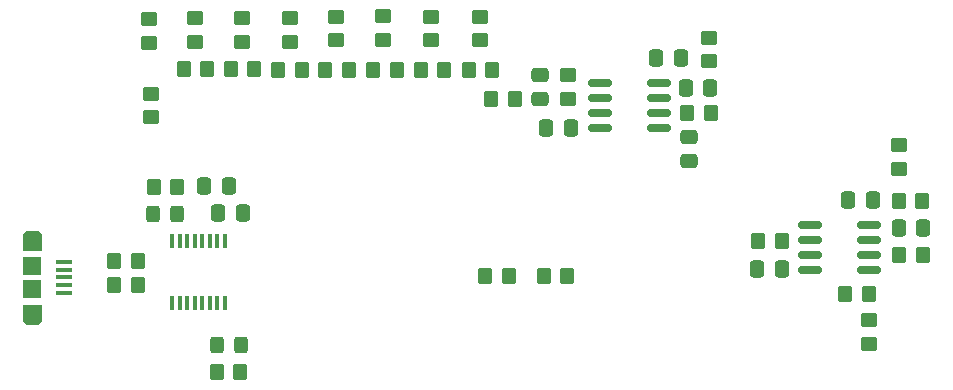
<source format=gbr>
%TF.GenerationSoftware,KiCad,Pcbnew,8.0.0*%
%TF.CreationDate,2024-05-30T16:12:21-06:00*%
%TF.ProjectId,2024_Discovery_DDS_Shield,32303234-5f44-4697-9363-6f766572795f,rev?*%
%TF.SameCoordinates,Original*%
%TF.FileFunction,Paste,Top*%
%TF.FilePolarity,Positive*%
%FSLAX46Y46*%
G04 Gerber Fmt 4.6, Leading zero omitted, Abs format (unit mm)*
G04 Created by KiCad (PCBNEW 8.0.0) date 2024-05-30 16:12:21*
%MOMM*%
%LPD*%
G01*
G04 APERTURE LIST*
G04 Aperture macros list*
%AMRoundRect*
0 Rectangle with rounded corners*
0 $1 Rounding radius*
0 $2 $3 $4 $5 $6 $7 $8 $9 X,Y pos of 4 corners*
0 Add a 4 corners polygon primitive as box body*
4,1,4,$2,$3,$4,$5,$6,$7,$8,$9,$2,$3,0*
0 Add four circle primitives for the rounded corners*
1,1,$1+$1,$2,$3*
1,1,$1+$1,$4,$5*
1,1,$1+$1,$6,$7*
1,1,$1+$1,$8,$9*
0 Add four rect primitives between the rounded corners*
20,1,$1+$1,$2,$3,$4,$5,0*
20,1,$1+$1,$4,$5,$6,$7,0*
20,1,$1+$1,$6,$7,$8,$9,0*
20,1,$1+$1,$8,$9,$2,$3,0*%
G04 Aperture macros list end*
%ADD10C,0.010000*%
%ADD11RoundRect,0.250000X-0.337500X-0.475000X0.337500X-0.475000X0.337500X0.475000X-0.337500X0.475000X0*%
%ADD12RoundRect,0.250000X0.350000X0.450000X-0.350000X0.450000X-0.350000X-0.450000X0.350000X-0.450000X0*%
%ADD13R,1.350000X0.400000*%
%ADD14R,1.550000X1.500000*%
%ADD15RoundRect,0.250000X0.337500X0.475000X-0.337500X0.475000X-0.337500X-0.475000X0.337500X-0.475000X0*%
%ADD16RoundRect,0.250000X-0.350000X-0.450000X0.350000X-0.450000X0.350000X0.450000X-0.350000X0.450000X0*%
%ADD17RoundRect,0.250000X0.450000X-0.350000X0.450000X0.350000X-0.450000X0.350000X-0.450000X-0.350000X0*%
%ADD18RoundRect,0.150000X-0.825000X-0.150000X0.825000X-0.150000X0.825000X0.150000X-0.825000X0.150000X0*%
%ADD19RoundRect,0.250000X0.475000X-0.337500X0.475000X0.337500X-0.475000X0.337500X-0.475000X-0.337500X0*%
%ADD20RoundRect,0.250000X-0.450000X0.350000X-0.450000X-0.350000X0.450000X-0.350000X0.450000X0.350000X0*%
%ADD21RoundRect,0.250000X-0.325000X-0.450000X0.325000X-0.450000X0.325000X0.450000X-0.325000X0.450000X0*%
%ADD22R,0.400000X1.200000*%
%ADD23RoundRect,0.250000X0.325000X0.450000X-0.325000X0.450000X-0.325000X-0.450000X0.325000X-0.450000X0*%
G04 APERTURE END LIST*
D10*
%TO.C,J2*%
X85031800Y-83598400D02*
X85057800Y-83600400D01*
X85083800Y-83603400D01*
X85109800Y-83608400D01*
X85134800Y-83614400D01*
X85160800Y-83621400D01*
X85184800Y-83630400D01*
X85208800Y-83640400D01*
X85232800Y-83651400D01*
X85255800Y-83664400D01*
X85277800Y-83678400D01*
X85299800Y-83692400D01*
X85320800Y-83708400D01*
X85340800Y-83725400D01*
X85359800Y-83743400D01*
X85377800Y-83762400D01*
X85394800Y-83782400D01*
X85410800Y-83803400D01*
X85424800Y-83825400D01*
X85438800Y-83847400D01*
X85451800Y-83870400D01*
X85462800Y-83894400D01*
X85472800Y-83918400D01*
X85481800Y-83942400D01*
X85488800Y-83968400D01*
X85494800Y-83993400D01*
X85499800Y-84019400D01*
X85502800Y-84045400D01*
X85504800Y-84071400D01*
X85505800Y-84097400D01*
X85505800Y-85242400D01*
X83955800Y-85242400D01*
X83955800Y-84097400D01*
X83956800Y-84071400D01*
X83958800Y-84045400D01*
X83961800Y-84019400D01*
X83966800Y-83993400D01*
X83972800Y-83968400D01*
X83979800Y-83942400D01*
X83988800Y-83918400D01*
X83998800Y-83894400D01*
X84009800Y-83870400D01*
X84022800Y-83847400D01*
X84036800Y-83825400D01*
X84050800Y-83803400D01*
X84066800Y-83782400D01*
X84083800Y-83762400D01*
X84101800Y-83743400D01*
X84120800Y-83725400D01*
X84140800Y-83708400D01*
X84161800Y-83692400D01*
X84183800Y-83678400D01*
X84205800Y-83664400D01*
X84228800Y-83651400D01*
X84252800Y-83640400D01*
X84276800Y-83630400D01*
X84300800Y-83621400D01*
X84326800Y-83614400D01*
X84351800Y-83608400D01*
X84377800Y-83603400D01*
X84403800Y-83600400D01*
X84429800Y-83598400D01*
X84455800Y-83597400D01*
X85005800Y-83597400D01*
X85031800Y-83598400D01*
G36*
X85031800Y-83598400D02*
G01*
X85057800Y-83600400D01*
X85083800Y-83603400D01*
X85109800Y-83608400D01*
X85134800Y-83614400D01*
X85160800Y-83621400D01*
X85184800Y-83630400D01*
X85208800Y-83640400D01*
X85232800Y-83651400D01*
X85255800Y-83664400D01*
X85277800Y-83678400D01*
X85299800Y-83692400D01*
X85320800Y-83708400D01*
X85340800Y-83725400D01*
X85359800Y-83743400D01*
X85377800Y-83762400D01*
X85394800Y-83782400D01*
X85410800Y-83803400D01*
X85424800Y-83825400D01*
X85438800Y-83847400D01*
X85451800Y-83870400D01*
X85462800Y-83894400D01*
X85472800Y-83918400D01*
X85481800Y-83942400D01*
X85488800Y-83968400D01*
X85494800Y-83993400D01*
X85499800Y-84019400D01*
X85502800Y-84045400D01*
X85504800Y-84071400D01*
X85505800Y-84097400D01*
X85505800Y-85242400D01*
X83955800Y-85242400D01*
X83955800Y-84097400D01*
X83956800Y-84071400D01*
X83958800Y-84045400D01*
X83961800Y-84019400D01*
X83966800Y-83993400D01*
X83972800Y-83968400D01*
X83979800Y-83942400D01*
X83988800Y-83918400D01*
X83998800Y-83894400D01*
X84009800Y-83870400D01*
X84022800Y-83847400D01*
X84036800Y-83825400D01*
X84050800Y-83803400D01*
X84066800Y-83782400D01*
X84083800Y-83762400D01*
X84101800Y-83743400D01*
X84120800Y-83725400D01*
X84140800Y-83708400D01*
X84161800Y-83692400D01*
X84183800Y-83678400D01*
X84205800Y-83664400D01*
X84228800Y-83651400D01*
X84252800Y-83640400D01*
X84276800Y-83630400D01*
X84300800Y-83621400D01*
X84326800Y-83614400D01*
X84351800Y-83608400D01*
X84377800Y-83603400D01*
X84403800Y-83600400D01*
X84429800Y-83598400D01*
X84455800Y-83597400D01*
X85005800Y-83597400D01*
X85031800Y-83598400D01*
G37*
X85505800Y-90987400D02*
X85504800Y-91013400D01*
X85502800Y-91039400D01*
X85499800Y-91065400D01*
X85494800Y-91091400D01*
X85488800Y-91116400D01*
X85481800Y-91142400D01*
X85472800Y-91166400D01*
X85462800Y-91190400D01*
X85451800Y-91214400D01*
X85438800Y-91237400D01*
X85424800Y-91259400D01*
X85410800Y-91281400D01*
X85394800Y-91302400D01*
X85377800Y-91322400D01*
X85359800Y-91341400D01*
X85340800Y-91359400D01*
X85320800Y-91376400D01*
X85299800Y-91392400D01*
X85277800Y-91406400D01*
X85255800Y-91420400D01*
X85232800Y-91433400D01*
X85208800Y-91444400D01*
X85184800Y-91454400D01*
X85160800Y-91463400D01*
X85134800Y-91470400D01*
X85109800Y-91476400D01*
X85083800Y-91481400D01*
X85057800Y-91484400D01*
X85031800Y-91486400D01*
X85005800Y-91487400D01*
X84455800Y-91487400D01*
X84429800Y-91486400D01*
X84403800Y-91484400D01*
X84377800Y-91481400D01*
X84351800Y-91476400D01*
X84326800Y-91470400D01*
X84300800Y-91463400D01*
X84276800Y-91454400D01*
X84252800Y-91444400D01*
X84228800Y-91433400D01*
X84205800Y-91420400D01*
X84183800Y-91406400D01*
X84161800Y-91392400D01*
X84140800Y-91376400D01*
X84120800Y-91359400D01*
X84101800Y-91341400D01*
X84083800Y-91322400D01*
X84066800Y-91302400D01*
X84050800Y-91281400D01*
X84036800Y-91259400D01*
X84022800Y-91237400D01*
X84009800Y-91214400D01*
X83998800Y-91190400D01*
X83988800Y-91166400D01*
X83979800Y-91142400D01*
X83972800Y-91116400D01*
X83966800Y-91091400D01*
X83961800Y-91065400D01*
X83958800Y-91039400D01*
X83956800Y-91013400D01*
X83955800Y-90987400D01*
X83955800Y-89842400D01*
X85505800Y-89842400D01*
X85505800Y-90987400D01*
G36*
X85505800Y-90987400D02*
G01*
X85504800Y-91013400D01*
X85502800Y-91039400D01*
X85499800Y-91065400D01*
X85494800Y-91091400D01*
X85488800Y-91116400D01*
X85481800Y-91142400D01*
X85472800Y-91166400D01*
X85462800Y-91190400D01*
X85451800Y-91214400D01*
X85438800Y-91237400D01*
X85424800Y-91259400D01*
X85410800Y-91281400D01*
X85394800Y-91302400D01*
X85377800Y-91322400D01*
X85359800Y-91341400D01*
X85340800Y-91359400D01*
X85320800Y-91376400D01*
X85299800Y-91392400D01*
X85277800Y-91406400D01*
X85255800Y-91420400D01*
X85232800Y-91433400D01*
X85208800Y-91444400D01*
X85184800Y-91454400D01*
X85160800Y-91463400D01*
X85134800Y-91470400D01*
X85109800Y-91476400D01*
X85083800Y-91481400D01*
X85057800Y-91484400D01*
X85031800Y-91486400D01*
X85005800Y-91487400D01*
X84455800Y-91487400D01*
X84429800Y-91486400D01*
X84403800Y-91484400D01*
X84377800Y-91481400D01*
X84351800Y-91476400D01*
X84326800Y-91470400D01*
X84300800Y-91463400D01*
X84276800Y-91454400D01*
X84252800Y-91444400D01*
X84228800Y-91433400D01*
X84205800Y-91420400D01*
X84183800Y-91406400D01*
X84161800Y-91392400D01*
X84140800Y-91376400D01*
X84120800Y-91359400D01*
X84101800Y-91341400D01*
X84083800Y-91322400D01*
X84066800Y-91302400D01*
X84050800Y-91281400D01*
X84036800Y-91259400D01*
X84022800Y-91237400D01*
X84009800Y-91214400D01*
X83998800Y-91190400D01*
X83988800Y-91166400D01*
X83979800Y-91142400D01*
X83972800Y-91116400D01*
X83966800Y-91091400D01*
X83961800Y-91065400D01*
X83958800Y-91039400D01*
X83956800Y-91013400D01*
X83955800Y-90987400D01*
X83955800Y-89842400D01*
X85505800Y-89842400D01*
X85505800Y-90987400D01*
G37*
%TD*%
D11*
%TO.C,C6*%
X128283300Y-74853800D03*
X130358300Y-74853800D03*
%TD*%
D12*
%TO.C,R51*%
X125612400Y-72466200D03*
X123612400Y-72466200D03*
%TD*%
D13*
%TO.C,J2*%
X87405800Y-86242400D03*
X87405800Y-86892400D03*
X87405800Y-87542400D03*
X87405800Y-88192400D03*
X87405800Y-88842400D03*
D14*
X84730800Y-86542400D03*
X84730800Y-88542400D03*
%TD*%
D15*
%TO.C,C3*%
X142169300Y-71475600D03*
X140094300Y-71475600D03*
%TD*%
D16*
%TO.C,R3*%
X97568000Y-69926200D03*
X99568000Y-69926200D03*
%TD*%
D17*
%TO.C,R53*%
X142062200Y-69224400D03*
X142062200Y-67224400D03*
%TD*%
D16*
%TO.C,R7*%
X95046800Y-79857600D03*
X97046800Y-79857600D03*
%TD*%
%TO.C,R59*%
X158131000Y-81076800D03*
X160131000Y-81076800D03*
%TD*%
D17*
%TO.C,R29*%
X106594400Y-67573400D03*
X106594400Y-65573400D03*
%TD*%
D18*
%TO.C,U1*%
X132840200Y-71069200D03*
X132840200Y-72339200D03*
X132840200Y-73609200D03*
X132840200Y-74879200D03*
X137790200Y-74879200D03*
X137790200Y-73609200D03*
X137790200Y-72339200D03*
X137790200Y-71069200D03*
%TD*%
D17*
%TO.C,R48*%
X122647200Y-67446400D03*
X122647200Y-65446400D03*
%TD*%
D16*
%TO.C,R58*%
X158156400Y-85598000D03*
X160156400Y-85598000D03*
%TD*%
D15*
%TO.C,C7*%
X155901300Y-80949800D03*
X153826300Y-80949800D03*
%TD*%
D16*
%TO.C,R30*%
X109566200Y-69944400D03*
X111566200Y-69944400D03*
%TD*%
D17*
%TO.C,R1*%
X94783400Y-73964800D03*
X94783400Y-71964800D03*
%TD*%
D18*
%TO.C,U2*%
X150647400Y-83083400D03*
X150647400Y-84353400D03*
X150647400Y-85623400D03*
X150647400Y-86893400D03*
X155597400Y-86893400D03*
X155597400Y-85623400D03*
X155597400Y-84353400D03*
X155597400Y-83083400D03*
%TD*%
D19*
%TO.C,C1*%
X127775300Y-72436900D03*
X127775300Y-70361900D03*
%TD*%
D17*
%TO.C,R31*%
X110464600Y-67446400D03*
X110464600Y-65446400D03*
%TD*%
D12*
%TO.C,R50*%
X130073400Y-87452200D03*
X128073400Y-87452200D03*
%TD*%
D11*
%TO.C,C8*%
X146155500Y-86791800D03*
X148230500Y-86791800D03*
%TD*%
D17*
%TO.C,R6*%
X102555800Y-67598800D03*
X102555800Y-65598800D03*
%TD*%
D20*
%TO.C,R57*%
X155575000Y-91176600D03*
X155575000Y-93176600D03*
%TD*%
D17*
%TO.C,R4*%
X98568000Y-67598800D03*
X98568000Y-65598800D03*
%TD*%
%TO.C,R33*%
X114493800Y-67395600D03*
X114493800Y-65395600D03*
%TD*%
D21*
%TO.C,D4*%
X100397200Y-93268800D03*
X102447200Y-93268800D03*
%TD*%
D11*
%TO.C,C5*%
X137605100Y-68986400D03*
X139680100Y-68986400D03*
%TD*%
D12*
%TO.C,R56*%
X155584400Y-88976200D03*
X153584400Y-88976200D03*
%TD*%
D16*
%TO.C,R49*%
X123120400Y-87436200D03*
X125120400Y-87436200D03*
%TD*%
D15*
%TO.C,C18*%
X101392900Y-79832200D03*
X99317900Y-79832200D03*
%TD*%
D16*
%TO.C,R45*%
X117634000Y-70002400D03*
X119634000Y-70002400D03*
%TD*%
D22*
%TO.C,U5*%
X96596200Y-89683900D03*
X97231200Y-89683900D03*
X97866200Y-89683900D03*
X98501200Y-89683900D03*
X99136200Y-89683900D03*
X99771200Y-89683900D03*
X100406200Y-89683900D03*
X101041200Y-89683900D03*
X101041200Y-84483900D03*
X100406200Y-84483900D03*
X99771200Y-84483900D03*
X99136200Y-84483900D03*
X98501200Y-84483900D03*
X97866200Y-84483900D03*
X97231200Y-84483900D03*
X96596200Y-84483900D03*
%TD*%
D12*
%TO.C,R8*%
X102371400Y-95580200D03*
X100371400Y-95580200D03*
%TD*%
D16*
%TO.C,R28*%
X105594400Y-69951600D03*
X107594400Y-69951600D03*
%TD*%
D17*
%TO.C,R46*%
X118541800Y-67446400D03*
X118541800Y-65446400D03*
%TD*%
D15*
%TO.C,C4*%
X160193900Y-83362800D03*
X158118900Y-83362800D03*
%TD*%
D16*
%TO.C,R55*%
X140208000Y-73634600D03*
X142208000Y-73634600D03*
%TD*%
D23*
%TO.C,D3*%
X97037000Y-82169000D03*
X94987000Y-82169000D03*
%TD*%
D20*
%TO.C,R52*%
X130108200Y-70399400D03*
X130108200Y-72399400D03*
%TD*%
D11*
%TO.C,C17*%
X100486300Y-82118200D03*
X102561300Y-82118200D03*
%TD*%
D12*
%TO.C,R47*%
X123698000Y-70002400D03*
X121698000Y-70002400D03*
%TD*%
D16*
%TO.C,R10*%
X91710000Y-86156800D03*
X93710000Y-86156800D03*
%TD*%
%TO.C,R9*%
X91710000Y-88163400D03*
X93710000Y-88163400D03*
%TD*%
%TO.C,R32*%
X113620800Y-70002400D03*
X115620800Y-70002400D03*
%TD*%
D17*
%TO.C,R2*%
X94656400Y-67675000D03*
X94656400Y-65675000D03*
%TD*%
D12*
%TO.C,R54*%
X148209000Y-84455000D03*
X146209000Y-84455000D03*
%TD*%
D16*
%TO.C,R5*%
X101555800Y-69926200D03*
X103555800Y-69926200D03*
%TD*%
D20*
%TO.C,R60*%
X158140400Y-76333600D03*
X158140400Y-78333600D03*
%TD*%
D19*
%TO.C,C2*%
X140344400Y-77716200D03*
X140344400Y-75641200D03*
%TD*%
M02*

</source>
